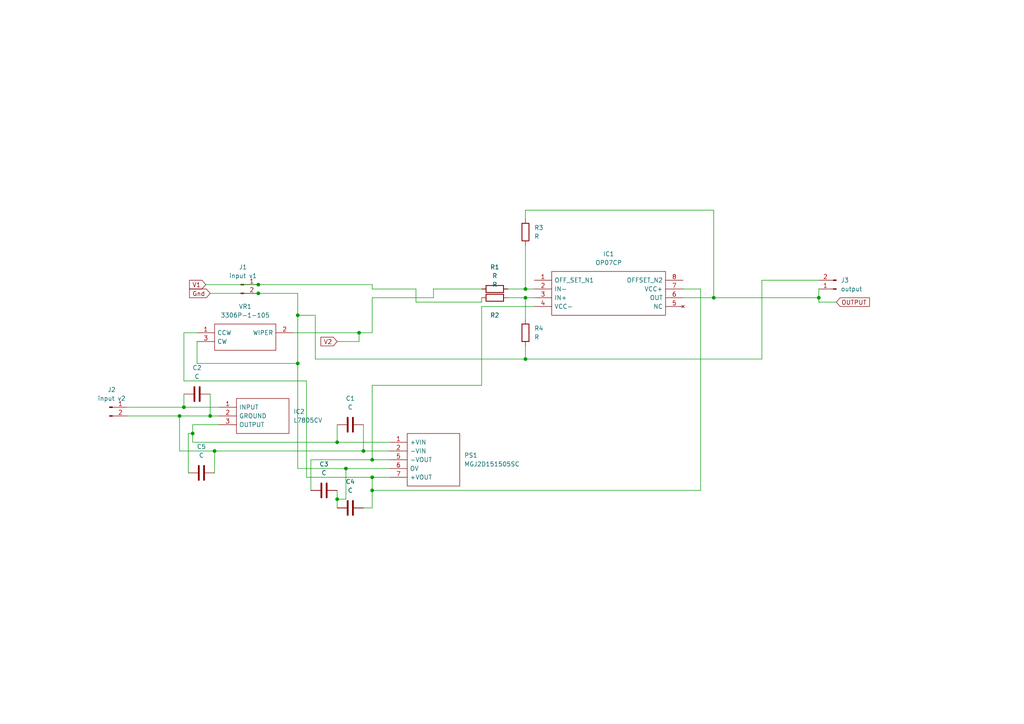
<source format=kicad_sch>
(kicad_sch (version 20230121) (generator eeschema)
  (paper "A4")
  (lib_symbols
    (symbol "Connector:Conn_01x02_Pin" (pin_names (offset 1.016) hide)
      (property "Reference" "J" (at 0 2.54 0))
      (property "Value" "Conn_01x02_Pin" (at 0 -5.08 0))
      (symbol "Conn_01x02_Pin_1_1"
        (polyline (pts (xy 1.27 -2.54) (xy 0.8636 -2.54)) (stroke (width 0.1524)))
        (polyline (pts (xy 1.27 0) (xy 0.8636 0)) (stroke (width 0.1524)))
        (rectangle (start 0.8636 -2.413) (end 0 -2.667) (stroke (width 0.1524)) (fill (type outline)))
        (rectangle (start 0.8636 0.127) (end 0 -0.127) (stroke (width 0.1524)) (fill (type outline)))
        (pin passive line (at 5.08 0 180) (length 3.81) (name "Pin_1") (number "1"))
        (pin passive line (at 5.08 -2.54 180) (length 3.81) (name "Pin_2") (number "2"))
      )
    )
    (symbol "Device:C" (pin_numbers hide) (pin_names (offset 0.254))
      (property "Reference" "C" (at 0.635 2.54 0))
      (property "Value" "C" (at 0.635 -2.54 0))
      (symbol "C_0_1"
        (polyline (pts (xy -2.032 -0.762) (xy 2.032 -0.762)) (stroke (width 0.508)))
        (polyline (pts (xy -2.032 0.762) (xy 2.032 0.762)) (stroke (width 0.508)))
      )
      (symbol "C_1_1"
        (pin passive line (at 0 3.81 270) (length 2.794) (name "~") (number "1"))
        (pin passive line (at 0 -3.81 90) (length 2.794) (name "~") (number "2"))
      )
    )
    (symbol "Device:R" (pin_numbers hide) (pin_names (offset 0))
      (property "Reference" "R" (at 2.032 0 90))
      (property "Value" "R" (at 0 0 90))
      (symbol "R_0_1"
        (rectangle (start -1.016 -2.54) (end 1.016 2.54) (stroke (width 0.254)))
      )
      (symbol "R_1_1"
        (pin passive line (at 0 3.81 270) (length 1.27) (name "~") (number "1"))
        (pin passive line (at 0 -3.81 90) (length 1.27) (name "~") (number "2"))
      )
    )
    (symbol "SamacSys_Parts:3306P-1-105" (pin_names (offset 0.762))
      (property "Reference" "VR" (at 24.13 7.62 0))
      (property "Value" "3306P-1-105" (at 24.13 5.08 0))
      (symbol "3306P-1-105_0_0"
        (pin passive line (at 0 0 0) (length 5.08) (name "CCW") (number "1"))
        (pin passive line (at 27.94 0 180) (length 5.08) (name "WIPER") (number "2"))
        (pin passive line (at 0 -2.54 0) (length 5.08) (name "CW") (number "3"))
      )
      (symbol "3306P-1-105_0_1"
        (polyline (pts (xy 5.08 2.54) (xy 22.86 2.54) (xy 22.86 -5.08) (xy 5.08 -5.08) (xy 5.08 2.54)) (stroke (width 0.1524)))
      )
    )
    (symbol "SamacSys_Parts:L7805CV" (pin_names (offset 0.762))
      (property "Reference" "IC" (at 21.59 7.62 0))
      (property "Value" "L7805CV" (at 21.59 5.08 0))
      (symbol "L7805CV_0_0"
        (pin passive line (at 0 0 0) (length 5.08) (name "INPUT") (number "1"))
        (pin passive line (at 0 -2.54 0) (length 5.08) (name "GROUND") (number "2"))
        (pin passive line (at 0 -5.08 0) (length 5.08) (name "OUTPUT") (number "3"))
      )
      (symbol "L7805CV_0_1"
        (polyline (pts (xy 5.08 2.54) (xy 20.32 2.54) (xy 20.32 -7.62) (xy 5.08 -7.62) (xy 5.08 2.54)) (stroke (width 0.1524)))
      )
    )
    (symbol "SamacSys_Parts:MGJ2D151505SC" (pin_names (offset 0.762))
      (property "Reference" "PS" (at 21.59 7.62 0))
      (property "Value" "MGJ2D151505SC" (at 21.59 5.08 0))
      (symbol "MGJ2D151505SC_0_0"
        (pin passive line (at 0 0 0) (length 5.08) (name "+VIN") (number "1"))
        (pin passive line (at 0 -2.54 0) (length 5.08) (name "-VIN") (number "2"))
        (pin passive line (at 0 -5.08 0) (length 5.08) (name "-VOUT") (number "5"))
        (pin passive line (at 0 -7.62 0) (length 5.08) (name "OV") (number "6"))
        (pin passive line (at 0 -10.16 0) (length 5.08) (name "+VOUT") (number "7"))
      )
      (symbol "MGJ2D151505SC_0_1"
        (polyline (pts (xy 5.08 2.54) (xy 20.32 2.54) (xy 20.32 -12.7) (xy 5.08 -12.7) (xy 5.08 2.54)) (stroke (width 0.1524)))
      )
    )
    (symbol "SamacSys_Parts:OP07CP" (pin_names (offset 0.762))
      (property "Reference" "IC" (at 39.37 7.62 0))
      (property "Value" "OP07CP" (at 39.37 5.08 0))
      (symbol "OP07CP_0_0"
        (pin passive line (at 0 0 0) (length 5.08) (name "OFF_SET_N1") (number "1"))
        (pin passive line (at 0 -2.54 0) (length 5.08) (name "IN-") (number "2"))
        (pin passive line (at 0 -5.08 0) (length 5.08) (name "IN+") (number "3"))
        (pin passive line (at 0 -7.62 0) (length 5.08) (name "VCC-") (number "4"))
        (pin no_connect line (at 43.18 -7.62 180) (length 5.08) (name "NC") (number "5"))
        (pin passive line (at 43.18 -5.08 180) (length 5.08) (name "OUT") (number "6"))
        (pin passive line (at 43.18 -2.54 180) (length 5.08) (name "VCC+") (number "7"))
        (pin passive line (at 43.18 0 180) (length 5.08) (name "OFFSET_N2") (number "8"))
      )
      (symbol "OP07CP_0_1"
        (polyline (pts (xy 5.08 2.54) (xy 38.1 2.54) (xy 38.1 -10.16) (xy 5.08 -10.16) (xy 5.08 2.54)) (stroke (width 0.1524)))
      )
    )
  )
  (junction (at 237.49 86.36))
  (junction (at 104.14 96.52))
  (junction (at 207.01 86.36))
  (junction (at 105.41 130.81))
  (junction (at 152.4 86.36))
  (junction (at 97.79 144.78))
  (junction (at 107.95 138.43))
  (junction (at 62.23 130.81))
  (junction (at 86.36 105.41))
  (junction (at 60.96 120.65))
  (junction (at 97.79 128.27))
  (junction (at 55.88 125.73))
  (junction (at 52.07 120.65))
  (junction (at 86.36 91.44))
  (junction (at 53.34 118.11))
  (junction (at 152.4 83.82))
  (junction (at 100.33 135.89))
  (junction (at 107.95 142.24))
  (junction (at 152.4 104.14))
  (junction (at 74.93 82.55))
  (junction (at 107.95 133.35))
  (junction (at 74.93 85.09))
  (wire (pts (xy 52.07 120.65) (xy 60.96 120.65)))
  (wire (pts (xy 152.4 63.5) (xy 152.4 60.96)))
  (wire (pts (xy 237.49 86.36) (xy 237.49 83.82)))
  (wire (pts (xy 97.79 128.27) (xy 113.03 128.27)))
  (wire (pts (xy 107.95 83.82) (xy 120.65 83.82)))
  (wire (pts (xy 107.95 83.82) (xy 107.95 82.55)))
  (wire (pts (xy 88.9 110.49) (xy 53.34 110.49)))
  (wire (pts (xy 91.44 104.14) (xy 152.4 104.14)))
  (wire (pts (xy 104.14 96.52) (xy 107.95 96.52)))
  (wire (pts (xy 220.98 81.28) (xy 220.98 104.14)))
  (wire (pts (xy 36.83 118.11) (xy 53.34 118.11)))
  (wire (pts (xy 52.07 130.81) (xy 52.07 120.65)))
  (wire (pts (xy 207.01 86.36) (xy 198.12 86.36)))
  (wire (pts (xy 113.03 135.89) (xy 100.33 135.89)))
  (wire (pts (xy 203.2 142.24) (xy 107.95 142.24)))
  (wire (pts (xy 55.88 125.73) (xy 55.88 128.27)))
  (wire (pts (xy 57.15 105.41) (xy 86.36 105.41)))
  (wire (pts (xy 198.12 83.82) (xy 203.2 83.82)))
  (wire (pts (xy 139.7 88.9) (xy 154.94 88.9)))
  (wire (pts (xy 55.88 123.19) (xy 55.88 125.73)))
  (wire (pts (xy 86.36 85.09) (xy 86.36 91.44)))
  (wire (pts (xy 57.15 99.06) (xy 57.15 105.41)))
  (wire (pts (xy 139.7 87.63) (xy 139.7 86.36)))
  (wire (pts (xy 113.03 138.43) (xy 107.95 138.43)))
  (wire (pts (xy 90.17 142.24) (xy 90.17 133.35)))
  (wire (pts (xy 104.14 99.06) (xy 104.14 96.52)))
  (wire (pts (xy 36.83 120.65) (xy 52.07 120.65)))
  (wire (pts (xy 60.96 114.3) (xy 60.96 120.65)))
  (wire (pts (xy 52.07 130.81) (xy 62.23 130.81)))
  (wire (pts (xy 53.34 118.11) (xy 63.5 118.11)))
  (wire (pts (xy 107.95 142.24) (xy 107.95 138.43)))
  (wire (pts (xy 152.4 100.33) (xy 152.4 104.14)))
  (wire (pts (xy 62.23 130.81) (xy 105.41 130.81)))
  (wire (pts (xy 139.7 83.82) (xy 125.73 83.82)))
  (wire (pts (xy 105.41 147.32) (xy 107.95 147.32)))
  (wire (pts (xy 203.2 83.82) (xy 203.2 142.24)))
  (wire (pts (xy 100.33 135.89) (xy 86.36 135.89)))
  (wire (pts (xy 120.65 83.82) (xy 120.65 87.63)))
  (wire (pts (xy 139.7 111.76) (xy 139.7 88.9)))
  (wire (pts (xy 97.79 99.06) (xy 104.14 99.06)))
  (wire (pts (xy 97.79 142.24) (xy 97.79 144.78)))
  (wire (pts (xy 91.44 91.44) (xy 86.36 91.44)))
  (wire (pts (xy 60.96 120.65) (xy 63.5 120.65)))
  (wire (pts (xy 86.36 105.41) (xy 86.36 135.89)))
  (wire (pts (xy 107.95 147.32) (xy 107.95 142.24)))
  (wire (pts (xy 54.61 125.73) (xy 55.88 125.73)))
  (wire (pts (xy 107.95 111.76) (xy 139.7 111.76)))
  (wire (pts (xy 120.65 87.63) (xy 139.7 87.63)))
  (wire (pts (xy 107.95 133.35) (xy 107.95 111.76)))
  (wire (pts (xy 53.34 96.52) (xy 57.15 96.52)))
  (wire (pts (xy 207.01 60.96) (xy 207.01 86.36)))
  (wire (pts (xy 152.4 83.82) (xy 154.94 83.82)))
  (wire (pts (xy 105.41 123.19) (xy 105.41 130.81)))
  (wire (pts (xy 105.41 130.81) (xy 113.03 130.81)))
  (wire (pts (xy 97.79 123.19) (xy 97.79 128.27)))
  (wire (pts (xy 53.34 114.3) (xy 53.34 118.11)))
  (wire (pts (xy 100.33 135.89) (xy 100.33 144.78)))
  (wire (pts (xy 62.23 130.81) (xy 62.23 137.16)))
  (wire (pts (xy 74.93 82.55) (xy 107.95 82.55)))
  (wire (pts (xy 152.4 104.14) (xy 220.98 104.14)))
  (wire (pts (xy 90.17 133.35) (xy 107.95 133.35)))
  (wire (pts (xy 207.01 86.36) (xy 237.49 86.36)))
  (wire (pts (xy 125.73 86.36) (xy 107.95 86.36)))
  (wire (pts (xy 86.36 91.44) (xy 86.36 105.41)))
  (wire (pts (xy 55.88 123.19) (xy 63.5 123.19)))
  (wire (pts (xy 55.88 128.27) (xy 97.79 128.27)))
  (wire (pts (xy 88.9 138.43) (xy 88.9 110.49)))
  (wire (pts (xy 152.4 86.36) (xy 154.94 86.36)))
  (wire (pts (xy 242.57 87.63) (xy 237.49 87.63)))
  (wire (pts (xy 59.69 82.55) (xy 74.93 82.55)))
  (wire (pts (xy 113.03 133.35) (xy 107.95 133.35)))
  (wire (pts (xy 107.95 86.36) (xy 107.95 96.52)))
  (wire (pts (xy 100.33 144.78) (xy 97.79 144.78)))
  (wire (pts (xy 125.73 83.82) (xy 125.73 86.36)))
  (wire (pts (xy 85.09 96.52) (xy 104.14 96.52)))
  (wire (pts (xy 152.4 86.36) (xy 152.4 92.71)))
  (wire (pts (xy 220.98 81.28) (xy 237.49 81.28)))
  (wire (pts (xy 152.4 60.96) (xy 207.01 60.96)))
  (wire (pts (xy 74.93 85.09) (xy 86.36 85.09)))
  (wire (pts (xy 60.96 85.09) (xy 74.93 85.09)))
  (wire (pts (xy 53.34 110.49) (xy 53.34 96.52)))
  (wire (pts (xy 107.95 138.43) (xy 88.9 138.43)))
  (wire (pts (xy 237.49 87.63) (xy 237.49 86.36)))
  (wire (pts (xy 97.79 144.78) (xy 97.79 147.32)))
  (wire (pts (xy 147.32 83.82) (xy 152.4 83.82)))
  (wire (pts (xy 147.32 86.36) (xy 152.4 86.36)))
  (wire (pts (xy 152.4 71.12) (xy 152.4 83.82)))
  (wire (pts (xy 54.61 137.16) (xy 54.61 125.73)))
  (wire (pts (xy 91.44 104.14) (xy 91.44 91.44)))
  (global_label "Gnd" (shape input) (at 60.96 85.09 180) (property "Intersheetrefs" "${INTERSHEET_REFS}" (effects hide)))
  (global_label "V2" (shape input) (at 97.79 99.06 180) (property "Intersheetrefs" "${INTERSHEET_REFS}" (effects hide)))
  (global_label "V1" (shape input) (at 59.69 82.55 180) (property "Intersheetrefs" "${INTERSHEET_REFS}" (effects hide)))
  (global_label "OUTPUT" (shape input) (at 242.57 87.63 0) (property "Intersheetrefs" "${INTERSHEET_REFS}" (effects hide)))
  (symbol (lib_id "Device:C") (at 57.15 114.3 90) (unit 1)
    (property "Reference" "C2" (at 57.15 106.68 90))
    (property "Value" "C" (at 57.15 109.22 90))
    (property "Footprint" "Capacitor_SMD:C_0805_2012Metric" (effects hide))
  )
  (symbol (lib_id "SamacSys_Parts:L7805CV") (at 63.5 118.11 0) (unit 1)
    (property "Reference" "IC2" (at 85.09 119.38 0) (effects (justify left)))
    (property "Value" "L7805CV" (at 85.09 121.92 0) (effects (justify left)))
    (property "Footprint" "SamacSys_Parts:TO255P460X1020X2008-3P" (effects hide))
    (property "Datasheet" "http://www.st.com/web/en/resource/technical/document/datasheet/CD00000444.pdf" (effects hide))
    (property "Description" "Linear voltage regulator,L7805CV 5V 1.5A STMicroelectronics L7805CV, Single Linear Voltage Regulator, 1.5A 5 V, 3-Pin TO-220" (effects hide))
    (property "Height" "4.6" (effects hide))
    (property "Manufacturer_Name" "STMicroelectronics" (effects hide))
    (property "Manufacturer_Part_Number" "L7805CV" (effects hide))
    (property "Mouser Part Number" "511-L7805CV" (effects hide))
    (property "Mouser Price/Stock" "https://www.mouser.co.uk/ProductDetail/STMicroelectronics/L7805CV?qs=9NrABl3fj%2FqplZAHiYUxWg%3D%3D" (effects hide))
    (property "Arrow Part Number" "L7805CV" (effects hide))
    (property "Arrow Price/Stock" "https://www.arrow.com/en/products/l7805cv/stmicroelectronics?region=europe" (effects hide))
  )
  (symbol (lib_id "SamacSys_Parts:OP07CP") (at 154.94 81.28 0) (unit 1)
    (property "Reference" "IC1" (at 176.53 73.66 0))
    (property "Value" "OP07CP" (at 176.53 76.2 0))
    (property "Footprint" "SamacSys_Parts:DIP794W53P254L959H508Q8N" (effects hide))
    (property "Datasheet" "http://www.ti.com/lit/ds/symlink/op07c.pdf" (effects hide))
    (property "Description" "Low-Offset voltage (0.25mV) single operational amplifier" (effects hide))
    (property "Height" "5.08" (effects hide))
    (property "Manufacturer_Name" "Texas Instruments" (effects hide))
    (property "Manufacturer_Part_Number" "OP07CP" (effects hide))
    (property "Mouser Part Number" "595-OP07CP" (effects hide))
    (property "Mouser Price/Stock" "https://www.mouser.co.uk/ProductDetail/Texas-Instruments/OP07CP?qs=6gY4t2uohMymBHeKbShN1A%3D%3D" (effects hide))
    (property "Arrow Part Number" "OP07CP" (effects hide))
    (property "Arrow Price/Stock" "https://www.arrow.com/en/products/op07cp/texas-instruments?region=nac" (effects hide))
  )
  (symbol (lib_id "Connector:Conn_01x02_Pin") (at 242.57 83.82 180) (unit 1)
    (property "Reference" "J3" (at 243.84 81.28 0) (effects (justify right)))
    (property "Value" "output" (at 243.84 83.82 0) (effects (justify right)))
    (property "Footprint" "Connector_PinHeader_2.54mm:PinHeader_1x02_P2.54mm_Vertical" (effects hide))
  )
  (symbol (lib_id "Device:R") (at 152.4 67.31 0) (unit 1)
    (property "Reference" "R3" (at 154.94 66.04 0) (effects (justify left)))
    (property "Value" "R" (at 154.94 68.58 0) (effects (justify left)))
    (property "Footprint" "Resistor_SMD:R_0805_2012Metric" (effects hide))
  )
  (symbol (lib_id "SamacSys_Parts:MGJ2D151505SC") (at 113.03 128.27 0) (unit 1)
    (property "Reference" "PS1" (at 134.62 132.08 0) (effects (justify left)))
    (property "Value" "MGJ2D151505SC" (at 134.62 134.62 0) (effects (justify left)))
    (property "Footprint" "SamacSys_Parts:MGJ2D151505SC" (effects hide))
    (property "Datasheet" "http://power.murata.com/data/power/ncl/kdc_mgj2.pdf" (effects hide))
    (property "Description" "DC/DC Converters" (effects hide))
    (property "Height" "12.75" (effects hide))
    (property "Manufacturer_Name" "Murata Electronics" (effects hide))
    (property "Manufacturer_Part_Number" "MGJ2D151505SC" (effects hide))
    (property "Mouser Part Number" "580-MGJ2D151505SC" (effects hide))
    (property "Mouser Price/Stock" "https://www.mouser.co.uk/ProductDetail/Murata-Power-Solutions/MGJ2D151505SC?qs=xLDY6iXSiQYIfXYEkf8RzA%3D%3D" (effects hide))
    (property "Arrow Part Number" "MGJ2D151505SC" (effects hide))
    (property "Arrow Price/Stock" "https://www.arrow.com/en/products/mgj2d151505sc/murata-power-solutions?region=nac" (effects hide))
  )
  (symbol (lib_id "Device:C") (at 93.98 142.24 90) (unit 1)
    (property "Reference" "C3" (at 93.98 134.62 90))
    (property "Value" "C" (at 93.98 137.16 90))
    (property "Footprint" "Capacitor_SMD:C_0805_2012Metric" (effects hide))
  )
  (symbol (lib_id "SamacSys_Parts:3306P-1-105") (at 57.15 96.52 0) (unit 1)
    (property "Reference" "VR1" (at 71.12 88.9 0))
    (property "Value" "3306P-1-105" (at 71.12 91.44 0))
    (property "Footprint" "SamacSys_Parts:3306P1105" (effects hide))
    (property "Datasheet" "https://www.bourns.com/data/global/pdfs/3306.pdf" (effects hide))
    (property "Description" "1M Through Hole Trimmer Potentiometer 0.2W Top Adjust Bourns 3306 Series" (effects hide))
    (property "Height" "7.62" (effects hide))
    (property "Manufacturer_Name" "Bourns" (effects hide))
    (property "Manufacturer_Part_Number" "3306P-1-105" (effects hide))
    (property "Mouser Part Number" "652-3306P-1-105" (effects hide))
    (property "Mouser Price/Stock" "https://www.mouser.co.uk/ProductDetail/Bourns/3306P-1-105?qs=8ovTl4njQkXkw1zreguPYw%3D%3D" (effects hide))
    (property "Arrow Part Number" "3306P-1-105" (effects hide))
    (property "Arrow Price/Stock" "https://www.arrow.com/en/products/3306p-1-105/bourns?region=nac" (effects hide))
  )
  (symbol (lib_id "Connector:Conn_01x02_Pin") (at 69.85 82.55 0) (unit 1)
    (property "Reference" "J1" (at 70.485 77.47 0))
    (property "Value" "input v1" (at 70.485 80.01 0))
    (property "Footprint" "Connector_PinHeader_2.54mm:PinHeader_1x02_P2.54mm_Vertical" (effects hide))
  )
  (symbol (lib_id "Device:R") (at 143.51 86.36 90) (unit 1)
    (property "Reference" "R2" (at 143.51 91.44 90))
    (property "Value" "R" (at 143.51 82.55 90))
    (property "Footprint" "Resistor_SMD:R_0805_2012Metric" (effects hide))
  )
  (symbol (lib_id "Device:R") (at 143.51 83.82 90) (unit 1)
    (property "Reference" "R1" (at 143.51 77.47 90))
    (property "Value" "R" (at 143.51 80.01 90))
    (property "Footprint" "Resistor_SMD:R_0805_2012Metric" (effects hide))
  )
  (symbol (lib_id "Connector:Conn_01x02_Pin") (at 31.75 118.11 0) (unit 1)
    (property "Reference" "J2" (at 32.385 113.03 0))
    (property "Value" "input v2" (at 32.385 115.57 0))
    (property "Footprint" "Connector_PinHeader_2.54mm:PinHeader_1x02_P2.54mm_Vertical" (effects hide))
  )
  (symbol (lib_id "Device:C") (at 58.42 137.16 90) (unit 1)
    (property "Reference" "C5" (at 58.42 129.54 90))
    (property "Value" "C" (at 58.42 132.08 90))
    (property "Footprint" "Capacitor_SMD:C_0805_2012Metric" (effects hide))
  )
  (symbol (lib_id "Device:C") (at 101.6 123.19 90) (unit 1)
    (property "Reference" "C1" (at 101.6 115.57 90))
    (property "Value" "C" (at 101.6 118.11 90))
    (property "Footprint" "Capacitor_SMD:C_0805_2012Metric" (effects hide))
  )
  (symbol (lib_id "Device:C") (at 101.6 147.32 90) (unit 1)
    (property "Reference" "C4" (at 101.6 139.7 90))
    (property "Value" "C" (at 101.6 142.24 90))
    (property "Footprint" "Capacitor_SMD:C_0805_2012Metric" (effects hide))
  )
  (symbol (lib_id "Device:R") (at 152.4 96.52 0) (unit 1)
    (property "Reference" "R4" (at 154.94 95.25 0) (effects (justify left)))
    (property "Value" "R" (at 154.94 97.79 0) (effects (justify left)))
    (property "Footprint" "Resistor_SMD:R_0805_2012Metric" (effects hide))
  )
)
</source>
